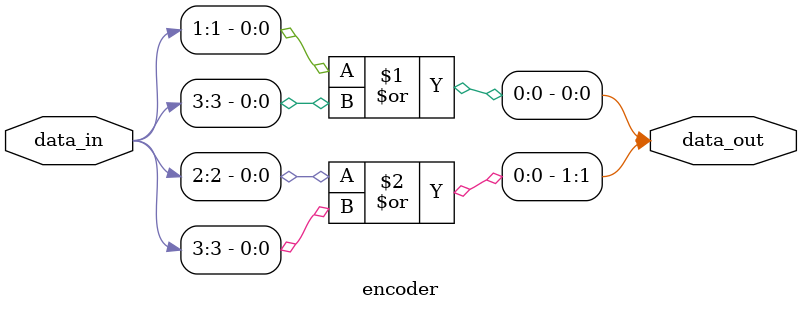
<source format=sv>
module encoder (
  input [3:0] data_in,
  output reg [1:0] data_out
);

    assign data_out[0] = data_in[1] | data_in[3];
    assign data_out[1] = data_in[2] | data_in[3];

// this below aslo works btw

//   always_comb begin
//     case (data_in)
//       4'b0001: data_out = 2'b00;
//       4'b0010: data_out = 2'b01;
//       4'b0100: data_out = 2'b10;
//       4'b1000: data_out = 2'b11;
//       default: data_out = 2'b00; // Default case, can be modified based on requirements
//     endcase
//   end

endmodule

</source>
